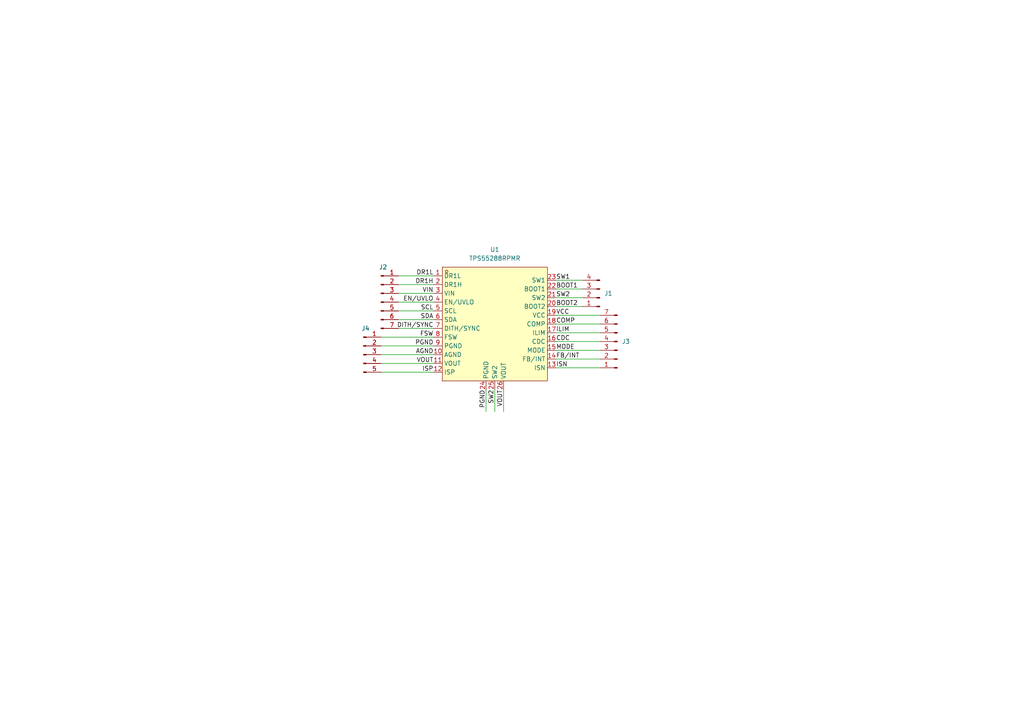
<source format=kicad_sch>
(kicad_sch (version 20231120) (generator "eeschema") (generator_version "8.0")
  (paper "A4")
  (lib_symbols
    (symbol "Connector:Conn_01x04_Pin" (pin_names (offset 1.016) hide)
      (property "Reference" "J" (at 0 5.08 0))
      (property "Value" "Conn_01x04_Pin" (at 0 -7.62 0))
      (symbol "Conn_01x04_Pin_1_1"
        (polyline (pts (xy 1.27 -5.08) (xy 0.8636 -5.08)) (stroke (width 0.1524)))
        (polyline (pts (xy 1.27 -2.54) (xy 0.8636 -2.54)) (stroke (width 0.1524)))
        (polyline (pts (xy 1.27 0) (xy 0.8636 0)) (stroke (width 0.1524)))
        (polyline (pts (xy 1.27 2.54) (xy 0.8636 2.54)) (stroke (width 0.1524)))
        (rectangle (start 0.8636 -4.953) (end 0 -5.207) (stroke (width 0.1524)) (fill (type outline)))
        (rectangle (start 0.8636 -2.413) (end 0 -2.667) (stroke (width 0.1524)) (fill (type outline)))
        (rectangle (start 0.8636 0.127) (end 0 -0.127) (stroke (width 0.1524)) (fill (type outline)))
        (rectangle (start 0.8636 2.667) (end 0 2.413) (stroke (width 0.1524)) (fill (type outline)))
        (pin passive line (at 5.08 2.54 180) (length 3.81) (name "Pin_1") (number "1"))
        (pin passive line (at 5.08 0 180) (length 3.81) (name "Pin_2") (number "2"))
        (pin passive line (at 5.08 -2.54 180) (length 3.81) (name "Pin_3") (number "3"))
        (pin passive line (at 5.08 -5.08 180) (length 3.81) (name "Pin_4") (number "4"))
      )
    )
    (symbol "Connector:Conn_01x05_Pin" (pin_names (offset 1.016) hide)
      (property "Reference" "J" (at 0 7.62 0))
      (property "Value" "Conn_01x05_Pin" (at 0 -7.62 0))
      (symbol "Conn_01x05_Pin_1_1"
        (polyline (pts (xy 1.27 -5.08) (xy 0.8636 -5.08)) (stroke (width 0.1524)))
        (polyline (pts (xy 1.27 -2.54) (xy 0.8636 -2.54)) (stroke (width 0.1524)))
        (polyline (pts (xy 1.27 0) (xy 0.8636 0)) (stroke (width 0.1524)))
        (polyline (pts (xy 1.27 2.54) (xy 0.8636 2.54)) (stroke (width 0.1524)))
        (polyline (pts (xy 1.27 5.08) (xy 0.8636 5.08)) (stroke (width 0.1524)))
        (rectangle (start 0.8636 -4.953) (end 0 -5.207) (stroke (width 0.1524)) (fill (type outline)))
        (rectangle (start 0.8636 -2.413) (end 0 -2.667) (stroke (width 0.1524)) (fill (type outline)))
        (rectangle (start 0.8636 0.127) (end 0 -0.127) (stroke (width 0.1524)) (fill (type outline)))
        (rectangle (start 0.8636 2.667) (end 0 2.413) (stroke (width 0.1524)) (fill (type outline)))
        (rectangle (start 0.8636 5.207) (end 0 4.953) (stroke (width 0.1524)) (fill (type outline)))
        (pin passive line (at 5.08 5.08 180) (length 3.81) (name "Pin_1") (number "1"))
        (pin passive line (at 5.08 2.54 180) (length 3.81) (name "Pin_2") (number "2"))
        (pin passive line (at 5.08 0 180) (length 3.81) (name "Pin_3") (number "3"))
        (pin passive line (at 5.08 -2.54 180) (length 3.81) (name "Pin_4") (number "4"))
        (pin passive line (at 5.08 -5.08 180) (length 3.81) (name "Pin_5") (number "5"))
      )
    )
    (symbol "Connector:Conn_01x07_Pin" (pin_names (offset 1.016) hide)
      (property "Reference" "J" (at 0 10.16 0))
      (property "Value" "Conn_01x07_Pin" (at 0 -10.16 0))
      (symbol "Conn_01x07_Pin_1_1"
        (polyline (pts (xy 1.27 -7.62) (xy 0.8636 -7.62)) (stroke (width 0.1524)))
        (polyline (pts (xy 1.27 -5.08) (xy 0.8636 -5.08)) (stroke (width 0.1524)))
        (polyline (pts (xy 1.27 -2.54) (xy 0.8636 -2.54)) (stroke (width 0.1524)))
        (polyline (pts (xy 1.27 0) (xy 0.8636 0)) (stroke (width 0.1524)))
        (polyline (pts (xy 1.27 2.54) (xy 0.8636 2.54)) (stroke (width 0.1524)))
        (polyline (pts (xy 1.27 5.08) (xy 0.8636 5.08)) (stroke (width 0.1524)))
        (polyline (pts (xy 1.27 7.62) (xy 0.8636 7.62)) (stroke (width 0.1524)))
        (rectangle (start 0.8636 -7.493) (end 0 -7.747) (stroke (width 0.1524)) (fill (type outline)))
        (rectangle (start 0.8636 -4.953) (end 0 -5.207) (stroke (width 0.1524)) (fill (type outline)))
        (rectangle (start 0.8636 -2.413) (end 0 -2.667) (stroke (width 0.1524)) (fill (type outline)))
        (rectangle (start 0.8636 0.127) (end 0 -0.127) (stroke (width 0.1524)) (fill (type outline)))
        (rectangle (start 0.8636 2.667) (end 0 2.413) (stroke (width 0.1524)) (fill (type outline)))
        (rectangle (start 0.8636 5.207) (end 0 4.953) (stroke (width 0.1524)) (fill (type outline)))
        (rectangle (start 0.8636 7.747) (end 0 7.493) (stroke (width 0.1524)) (fill (type outline)))
        (pin passive line (at 5.08 7.62 180) (length 3.81) (name "Pin_1") (number "1"))
        (pin passive line (at 5.08 5.08 180) (length 3.81) (name "Pin_2") (number "2"))
        (pin passive line (at 5.08 2.54 180) (length 3.81) (name "Pin_3") (number "3"))
        (pin passive line (at 5.08 0 180) (length 3.81) (name "Pin_4") (number "4"))
        (pin passive line (at 5.08 -2.54 180) (length 3.81) (name "Pin_5") (number "5"))
        (pin passive line (at 5.08 -5.08 180) (length 3.81) (name "Pin_6") (number "6"))
        (pin passive line (at 5.08 -7.62 180) (length 3.81) (name "Pin_7") (number "7"))
      )
    )
    (symbol "LCSC-powercoop:TPS55288RPMR"
      (property "Reference" "U" (at 0 19.05 0))
      (property "Value" "TPS55288RPMR" (at 0 -24.13 0))
      (symbol "TPS55288RPMR_0_1"
        (rectangle (start -15.24 16.51) (end 15.24 -16.51) (fill (type background)))
        (circle (center -13.97 15.24) (radius 0.38))
        (pin unspecified line (at -17.78 13.97 0) (length 2.54) (name "DR1L") (number "1"))
        (pin unspecified line (at -17.78 -8.89 0) (length 2.54) (name "AGND") (number "10"))
        (pin unspecified line (at -17.78 -11.43 0) (length 2.54) (name "VOUT") (number "11"))
        (pin unspecified line (at -17.78 -13.97 0) (length 2.54) (name "ISP") (number "12"))
        (pin unspecified line (at 17.78 -12.7 180) (length 2.54) (name "ISN") (number "13"))
        (pin unspecified line (at 17.78 -10.16 180) (length 2.54) (name "FB/INT") (number "14"))
        (pin unspecified line (at 17.78 -7.62 180) (length 2.54) (name "MODE") (number "15"))
        (pin unspecified line (at 17.78 -5.08 180) (length 2.54) (name "CDC") (number "16"))
        (pin unspecified line (at 17.78 -2.54 180) (length 2.54) (name "ILIM") (number "17"))
        (pin unspecified line (at 17.78 0 180) (length 2.54) (name "COMP") (number "18"))
        (pin unspecified line (at 17.78 2.54 180) (length 2.54) (name "VCC") (number "19"))
        (pin unspecified line (at -17.78 11.43 0) (length 2.54) (name "DR1H") (number "2"))
        (pin unspecified line (at 17.78 5.08 180) (length 2.54) (name "BOOT2") (number "20"))
        (pin unspecified line (at 17.78 7.62 180) (length 2.54) (name "SW2") (number "21"))
        (pin unspecified line (at 17.78 10.16 180) (length 2.54) (name "BOOT1") (number "22"))
        (pin unspecified line (at 17.78 12.7 180) (length 2.54) (name "SW1") (number "23"))
        (pin unspecified line (at -2.54 -19.05 90) (length 2.54) (name "PGND") (number "24"))
        (pin unspecified line (at 0 -19.05 90) (length 2.54) (name "SW2") (number "25"))
        (pin unspecified line (at 2.54 -19.05 90) (length 2.54) (name "VOUT") (number "26"))
        (pin unspecified line (at -17.78 8.89 0) (length 2.54) (name "VIN") (number "3"))
        (pin unspecified line (at -17.78 6.35 0) (length 2.54) (name "EN/UVLO") (number "4"))
        (pin unspecified line (at -17.78 3.81 0) (length 2.54) (name "SCL") (number "5"))
        (pin unspecified line (at -17.78 1.27 0) (length 2.54) (name "SDA") (number "6"))
        (pin unspecified line (at -17.78 -1.27 0) (length 2.54) (name "DITH/SYNC") (number "7"))
        (pin unspecified line (at -17.78 -3.81 0) (length 2.54) (name "FSW") (number "8"))
        (pin unspecified line (at -17.78 -6.35 0) (length 2.54) (name "PGND") (number "9"))
      )
    )
  )
  (wire (pts (xy 115.57 82.55) (xy 125.73 82.55)))
  (wire (pts (xy 115.57 87.63) (xy 125.73 87.63)))
  (wire (pts (xy 110.49 100.33) (xy 125.73 100.33)))
  (wire (pts (xy 110.49 107.95) (xy 125.73 107.95)))
  (wire (pts (xy 161.29 106.68) (xy 173.99 106.68)))
  (wire (pts (xy 161.29 104.14) (xy 173.99 104.14)))
  (wire (pts (xy 110.49 105.41) (xy 125.73 105.41)))
  (wire (pts (xy 143.51 119.38) (xy 143.51 113.03)))
  (wire (pts (xy 110.49 102.87) (xy 125.73 102.87)))
  (wire (pts (xy 161.29 93.98) (xy 173.99 93.98)))
  (wire (pts (xy 110.49 97.79) (xy 125.73 97.79)))
  (wire (pts (xy 161.29 101.6) (xy 173.99 101.6)))
  (wire (pts (xy 168.91 83.82) (xy 161.29 83.82)))
  (wire (pts (xy 168.91 88.9) (xy 161.29 88.9)))
  (wire (pts (xy 161.29 99.06) (xy 173.99 99.06)))
  (wire (pts (xy 115.57 95.25) (xy 125.73 95.25)))
  (wire (pts (xy 140.97 119.38) (xy 140.97 113.03)))
  (wire (pts (xy 115.57 80.01) (xy 125.73 80.01)))
  (wire (pts (xy 115.57 85.09) (xy 125.73 85.09)))
  (wire (pts (xy 115.57 92.71) (xy 125.73 92.71)))
  (wire (pts (xy 161.29 91.44) (xy 173.99 91.44)))
  (wire (pts (xy 146.05 119.38) (xy 146.05 113.03)))
  (wire (pts (xy 168.91 81.28) (xy 161.29 81.28)))
  (wire (pts (xy 168.91 86.36) (xy 161.29 86.36)))
  (wire (pts (xy 161.29 96.52) (xy 173.99 96.52)))
  (wire (pts (xy 115.57 90.17) (xy 125.73 90.17)))
  (label "AGND" (at 125.73 102.87 180))
  (label "DITH/SYNC" (at 125.73 95.25 180))
  (label "VIN" (at 125.73 85.09 180))
  (label "VOUT" (at 146.05 113.03 270))
  (label "PGND" (at 125.73 100.33 180))
  (label "VCC" (at 161.29 91.44 0))
  (label "SW2" (at 143.51 113.03 270))
  (label "SDA" (at 125.73 92.71 180))
  (label "SW1" (at 161.29 81.28 0))
  (label "CDC" (at 161.29 99.06 0))
  (label "COMP" (at 161.29 93.98 0))
  (label "FB/INT" (at 161.29 104.14 0))
  (label "VOUT" (at 125.73 105.41 180))
  (label "EN/UVLO" (at 125.73 87.63 180))
  (label "DR1H" (at 125.73 82.55 180))
  (label "SCL" (at 125.73 90.17 180))
  (label "DR1L" (at 125.73 80.01 180))
  (label "SW2" (at 161.29 86.36 0))
  (label "ISN" (at 161.29 106.68 0))
  (label "FSW" (at 125.73 97.79 180))
  (label "ISP" (at 125.73 107.95 180))
  (label "ILIM" (at 161.29 96.52 0))
  (label "PGND" (at 140.97 113.03 270))
  (label "BOOT1" (at 161.29 83.82 0))
  (label "MODE" (at 161.29 101.6 0))
  (label "BOOT2" (at 161.29 88.9 0))
  (symbol (lib_id "Connector:Conn_01x05_Pin") (at 105.41 102.87 0) (unit 1)
    (property "Reference" "J4" (at 106.045 95.25 0))
    (property "Value" "Conn_01x05_Pin" (effects (hide yes)))
    (property "Footprint" "Connector_PinHeader_2.54mm:PinHeader_1x05_P2.54mm_Vertical" (effects (hide yes)))
    (property "Description" "Generic connector, single row, 01x05, script generated" (effects (hide yes)))
  )
  (symbol (lib_id "Connector:Conn_01x07_Pin") (at 110.49 87.63 0) (unit 1)
    (property "Reference" "J2" (at 111.125 77.47 0))
    (property "Value" "Conn_01x07_Pin" (effects (hide yes)))
    (property "Footprint" "Connector_PinHeader_2.54mm:PinHeader_1x07_P2.54mm_Vertical" (effects (hide yes)))
    (property "Description" "Generic connector, single row, 01x07, script generated" (effects (hide yes)))
  )
  (symbol (lib_id "Connector:Conn_01x04_Pin") (at 173.99 86.36 180) (unit 1)
    (property "Reference" "J1" (at 175.26 85.0899 0) (effects (justify right)))
    (property "Value" "Conn_01x04_Pin" (effects (hide yes)))
    (property "Footprint" "Connector_PinHeader_2.54mm:PinHeader_1x04_P2.54mm_Vertical" (effects (hide yes)))
    (property "Description" "Generic connector, single row, 01x04, script generated" (effects (hide yes)))
  )
  (symbol (lib_id "Connector:Conn_01x07_Pin") (at 179.07 99.06 180) (unit 1)
    (property "Reference" "J3" (at 180.34 99.0599 0) (effects (justify right)))
    (property "Value" "Conn_01x07_Pin" (effects (hide yes)))
    (property "Footprint" "Connector_PinHeader_2.54mm:PinHeader_1x07_P2.54mm_Vertical" (effects (hide yes)))
    (property "Description" "Generic connector, single row, 01x07, script generated" (effects (hide yes)))
  )
  (symbol (lib_id "LCSC-powercoop:TPS55288RPMR") (at 143.51 93.98 0) (unit 1)
    (property "Reference" "U1" (at 143.51 72.39 0))
    (property "Value" "TPS55288RPMR" (at 143.51 74.93 0))
    (property "Footprint" "LCSC-powercoop:VQFN-HR-26_L4.0-W3.5_TPS55288RPMR" (effects (hide yes)))
    (property "LCSC Part" "C2864583" (effects (hide yes)))
  )
)
</source>
